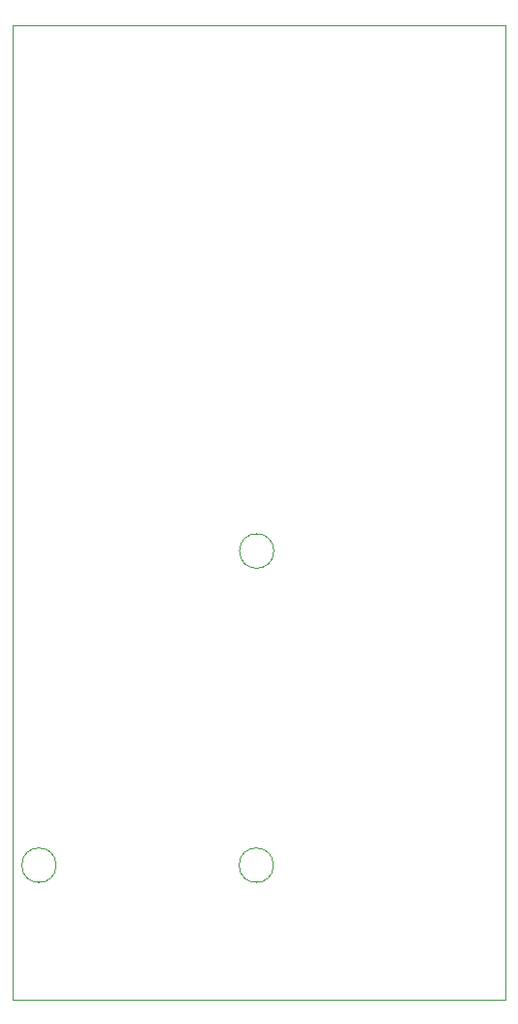
<source format=gm1>
G04 #@! TF.GenerationSoftware,KiCad,Pcbnew,5.1.6+dfsg1-1*
G04 #@! TF.CreationDate,2021-04-08T12:45:13+02:00*
G04 #@! TF.ProjectId,gsm-rtc-board,67736d2d-7274-4632-9d62-6f6172642e6b,rev?*
G04 #@! TF.SameCoordinates,Original*
G04 #@! TF.FileFunction,Profile,NP*
%FSLAX46Y46*%
G04 Gerber Fmt 4.6, Leading zero omitted, Abs format (unit mm)*
G04 Created by KiCad (PCBNEW 5.1.6+dfsg1-1) date 2021-04-08 12:45:13*
%MOMM*%
%LPD*%
G01*
G04 APERTURE LIST*
G04 #@! TA.AperFunction,Profile*
%ADD10C,0.050000*%
G04 #@! TD*
G04 APERTURE END LIST*
D10*
X113000000Y-65000000D02*
X70000000Y-65000000D01*
X113000000Y-150000000D02*
X113000000Y-65000000D01*
X73800000Y-138300000D02*
G75*
G03*
X73800000Y-138300000I-1500000J0D01*
G01*
X92770000Y-138300000D02*
G75*
G03*
X92770000Y-138300000I-1500000J0D01*
G01*
X92800000Y-110890000D02*
G75*
G03*
X92800000Y-110890000I-1500000J0D01*
G01*
X70000000Y-65000000D02*
X70000000Y-150000000D01*
X70000000Y-150000000D02*
X113000000Y-150000000D01*
M02*

</source>
